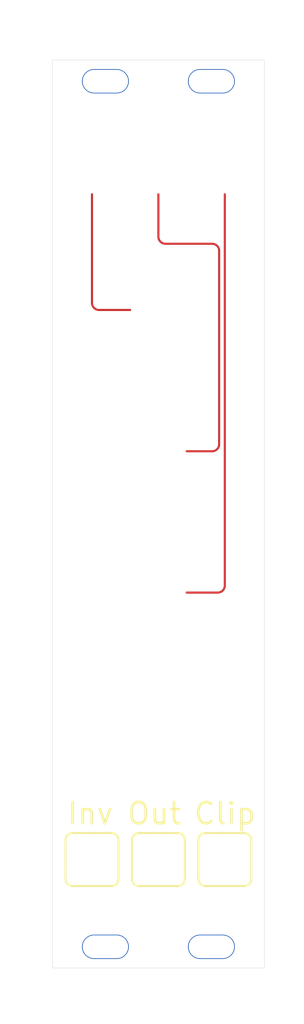
<source format=kicad_pcb>
(kicad_pcb (version 20241229) (generator "pcbnew") (generator_version "9.0")
  (layers (0 "F.Cu" signal) (2 "B.Cu" signal) (13 "F.Paste" user) (15 "B.Paste" user) (5 "F.SilkS" user "F.Silkscreen") (7 "B.SilkS" user "B.Silkscreen") (1 "F.Mask" user) (3 "B.Mask" user) (25 "Edge.Cuts" user))
  (net 0 "")
  (footprint "ModularMountingHoles:RK097_Vertical_Potentiometer" (layer "F.Cu") (at 65 125.37)
    (property "Reference" "REF**" (hide yes))
    (property "Value" "RK097_Vertical_Potentiometer" (hide yes))
    (pad "" np_thru_hole circle (at 0 0) (size 7.4 7.4) (drill 7.4) (layers "*.Cu" "*.Mask"))
  )
  (footprint "ModularMountingHoles:RK097_Vertical_Potentiometer" (layer "F.Cu") (at 65 85.37)
    (property "Reference" "REF**" (hide yes))
    (property "Value" "RK097_Vertical_Potentiometer" (hide yes))
    (pad "" np_thru_hole circle (at 0 0) (size 7.4 7.4) (drill 7.4) (layers "*.Cu" "*.Mask"))
  )
  (footprint "ModularMountingHoles:Eurorack_mounting_hole" (layer "F.Cu") (at 57.5 175.5)
    (property "Reference" "REF**" (hide yes))
    (property "Value" "Eurorack_mounting_hole" (hide yes))
    (pad "1" thru_hole oval (at 0 0) (size 6.65 3.45) (drill oval 6.4 3.2) (layers "*.Cu" "*.Mask"))
  )
  (footprint "ModularMountingHoles:Eurorack_mounting_hole" (layer "F.Cu") (at 72.5 53)
    (property "Reference" "REF**" (hide yes))
    (property "Value" "Eurorack_mounting_hole" (hide yes))
    (pad "1" thru_hole oval (at 0 0) (size 6.65 3.45) (drill oval 6.4 3.2) (layers "*.Cu" "*.Mask"))
  )
  (footprint "ModularMountingHoles:6mm_Jack" (layer "F.Cu") (at 55.6 65.37)
    (property "Reference" "REF**" (hide yes))
    (property "Value" "6mm_Jack" (hide yes))
    (pad "" np_thru_hole circle (at 0 0) (size 6.1 6.1) (drill 6.1) (layers "*.Cu" "*.Mask"))
  )
  (footprint "ModularMountingHoles:6mm_Jack" (layer "F.Cu") (at 74.4 65.37)
    (property "Reference" "REF**" (hide yes))
    (property "Value" "6mm_Jack" (hide yes))
    (pad "" np_thru_hole circle (at 0 0) (size 6.1 6.1) (drill 6.1) (layers "*.Cu" "*.Mask"))
  )
  (footprint "ModularMountingHoles:RK097_Vertical_Potentiometer" (layer "F.Cu") (at 65 105.37)
    (property "Reference" "REF**" (hide yes))
    (property "Value" "RK097_Vertical_Potentiometer" (hide yes))
    (pad "" np_thru_hole circle (at 0 0) (size 7.4 7.4) (drill 7.4) (layers "*.Cu" "*.Mask"))
  )
  (footprint "ModularMountingHoles:Eurorack_mounting_hole" (layer "F.Cu") (at 72.5 175.5)
    (property "Reference" "REF**" (hide yes))
    (property "Value" "Eurorack_mounting_hole" (hide yes))
    (pad "1" thru_hole oval (at 0 0) (size 6.65 3.45) (drill oval 6.4 3.2) (layers "*.Cu" "*.Mask"))
  )
  (footprint "ModularMountingHoles:6mm_Jack" (layer "F.Cu") (at 74.4 163.15)
    (property "Reference" "REF**" (hide yes))
    (property "Value" "6mm_Jack" (hide yes))
    (pad "" np_thru_hole circle (at 0 0) (size 6.1 6.1) (drill 6.1) (layers "*.Cu" "*.Mask"))
  )
  (footprint "ModularMountingHoles:6mm_Jack" (layer "F.Cu") (at 55.6 163.15)
    (property "Reference" "REF**" (hide yes))
    (property "Value" "6mm_Jack" (hide yes))
    (pad "" np_thru_hole circle (at 0 0) (size 6.1 6.1) (drill 6.1) (layers "*.Cu" "*.Mask"))
  )
  (footprint "ModularMountingHoles:Eurorack_mounting_hole" (layer "F.Cu") (at 57.5 53)
    (property "Reference" "REF**" (hide yes))
    (property "Value" "Eurorack_mounting_hole" (hide yes))
    (pad "1" thru_hole oval (at 0 0) (size 6.65 3.45) (drill oval 6.4 3.2) (layers "*.Cu" "*.Mask"))
  )
  (footprint "ModularMountingHoles:6mm_Jack" (layer "F.Cu") (at 65 163.15)
    (property "Reference" "REF**" (hide yes))
    (property "Value" "6mm_Jack" (hide yes))
    (pad "" np_thru_hole circle (at 0 0) (size 6.1 6.1) (drill 6.1) (layers "*.Cu" "*.Mask"))
  )
  (footprint "ModularMountingHoles:6mm_Jack" (layer "F.Cu") (at 65 65.37)
    (property "Reference" "REF**" (hide yes))
    (property "Value" "6mm_Jack" (hide yes))
    (pad "" np_thru_hole circle (at 0 0) (size 6.1 6.1) (drill 6.1) (layers "*.Cu" "*.Mask"))
  )
  (gr_arc (start 68.75 165.9) (mid 68.457107 166.607107) (end 67.75 166.9) (stroke (width 0.3)) (layer "F.SilkS"))
  (gr_line (start 58.35 166.9) (end 52.85 166.9) (stroke (width 0.3)) (layer "F.SilkS"))
  (gr_arc (start 51.85 160.4) (mid 52.142893 159.692893) (end 52.85 159.4) (stroke (width 0.3)) (layer "F.SilkS"))
  (gr_line (start 78.15 160.4) (end 78.15 165.9) (stroke (width 0.3)) (layer "F.SilkS"))
  (gr_line (start 52.85 159.4) (end 58.35 159.4) (stroke (width 0.3)) (layer "F.SilkS"))
  (gr_line (start 51.85 165.9) (end 51.85 160.4) (stroke (width 0.3)) (layer "F.SilkS"))
  (gr_line (start 59.35 160.4) (end 59.35 165.9) (stroke (width 0.3)) (layer "F.SilkS"))
  (gr_arc (start 67.75 159.4) (mid 68.457107 159.692893) (end 68.75 160.4) (stroke (width 0.3)) (layer "F.SilkS"))
  (gr_line (start 67.75 166.9) (end 62.25 166.9) (stroke (width 0.3)) (layer "F.SilkS"))
  (gr_arc (start 62.25 166.9) (mid 61.542893 166.607107) (end 61.25 165.9) (stroke (width 0.3)) (layer "F.SilkS"))
  (gr_line (start 70.65 165.9) (end 70.65 160.4) (stroke (width 0.3)) (layer "F.SilkS"))
  (gr_arc (start 70.65 160.4) (mid 70.942893 159.692893) (end 71.65 159.4) (stroke (width 0.3)) (layer "F.SilkS"))
  (gr_line (start 62.25 159.4) (end 67.75 159.4) (stroke (width 0.3)) (layer "F.SilkS"))
  (gr_line (start 68.75 160.4) (end 68.75 165.9) (stroke (width 0.3)) (layer "F.SilkS"))
  (gr_line (start 77.15 166.9) (end 71.65 166.9) (stroke (width 0.3)) (layer "F.SilkS"))
  (gr_arc (start 77.15 159.4) (mid 77.857107 159.692893) (end 78.15 160.4) (stroke (width 0.3)) (layer "F.SilkS"))
  (gr_arc (start 78.15 165.9) (mid 77.857107 166.607107) (end 77.15 166.9) (stroke (width 0.3)) (layer "F.SilkS"))
  (gr_line (start 61.25 165.9) (end 61.25 160.4) (stroke (width 0.3)) (layer "F.SilkS"))
  (gr_arc (start 52.85 166.9) (mid 52.142893 166.607107) (end 51.85 165.9) (stroke (width 0.3)) (layer "F.SilkS"))
  (gr_arc (start 71.65 166.9) (mid 70.942893 166.607107) (end 70.65 165.9) (stroke (width 0.3)) (layer "F.SilkS"))
  (gr_line (start 71.65 159.4) (end 77.15 159.4) (stroke (width 0.3)) (layer "F.SilkS"))
  (gr_arc (start 58.35 159.4) (mid 59.057107 159.692893) (end 59.35 160.4) (stroke (width 0.3)) (layer "F.SilkS"))
  (gr_arc (start 59.35 165.9) (mid 59.057107 166.607107) (end 58.35 166.9) (stroke (width 0.3)) (layer "F.SilkS"))
  (gr_arc (start 61.25 160.4) (mid 61.542893 159.692893) (end 62.25 159.4) (stroke (width 0.3)) (layer "F.SilkS"))
  (gr_rect (start 50 50) (end 80 178.5) (stroke (width 0.05)) (fill no) (layer "Edge.Cuts"))
  (gr_text "Clip" (at 69.8 158.4 0) (layer "F.SilkS") (effects (font (size 3 3) (thickness 0.375)) (justify left bottom)))
  (gr_text "Inv" (at 51.9 158.4 0) (layer "F.SilkS") (effects (font (size 3 3) (thickness 0.375)) (justify left bottom)))
  (gr_text "Out" (at 60.4 158.4 0) (layer "F.SilkS") (effects (font (size 3 3) (thickness 0.375)) (justify left bottom)))
  (segment (start 73.6 77) (end 73.6 104.37) (width 0.3) (layer "F.Cu") (net 0))
  (segment (start 61 85.37) (end 56.6 85.37) (width 0.3) (layer "F.Cu") (net 0))
  (segment (start 72.6 105.37) (end 69 105.37) (width 0.3) (layer "F.Cu") (net 0))
  (segment (start 74.4 69) (end 74.4 124.37) (width 0.3) (layer "F.Cu") (net 0))
  (segment (start 66 76) (end 72.6 76) (width 0.3) (layer "F.Cu") (net 0))
  (segment (start 65 69) (end 65 75) (width 0.3) (layer "F.Cu") (net 0))
  (segment (start 55.6 69) (end 55.6 84.37) (width 0.3) (layer "F.Cu") (net 0))
  (segment (start 69 125.37) (end 73.4 125.37) (width 0.3) (layer "F.Cu") (net 0))
  (arc (start 55.6 84.37) (mid 55.892893 85.077107) (end 56.6 85.37) (width 0.3) (layer "F.Cu") (net 0))
  (arc (start 73.4 125.37) (mid 74.107107 125.077107) (end 74.4 124.37) (width 0.3) (layer "F.Cu") (net 0))
  (arc (start 72.6 105.37) (mid 73.307107 105.077107) (end 73.6 104.37) (width 0.3) (layer "F.Cu") (net 0))
  (arc (start 66 76) (mid 65.292893 75.707107) (end 65 75) (width 0.3) (layer "F.Cu") (net 0))
  (arc (start 72.6 76) (mid 73.307107 76.292893) (end 73.6 77) (width 0.3) (layer "F.Cu") (net 0))
)
</source>
